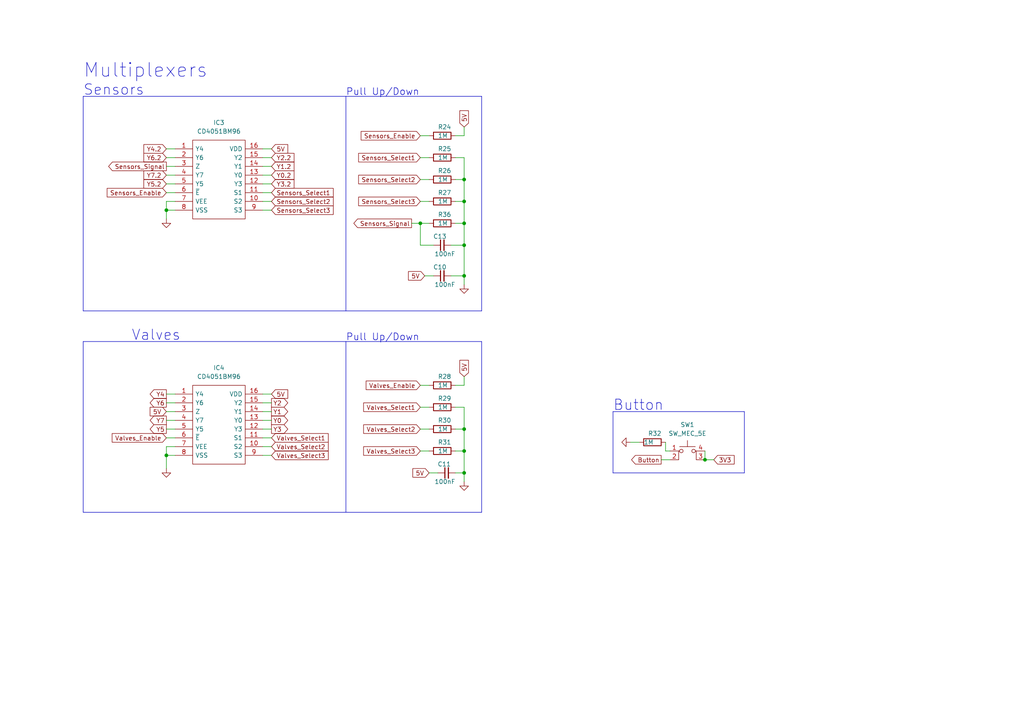
<source format=kicad_sch>
(kicad_sch (version 20230121) (generator eeschema)
  (paper "A4")
  (title_block (title "Plant Watering") (date "2022-08-29") (rev "1") (company "All in one device for plant irrigation") (comment 1 "Reading moisture, processing data, including weather, switching of solenoid valves") (comment 2 "5 A peak current, max. 1 s") (comment 3 "24 V input voltage"))
  (lib_symbols
    (symbol "Device:C_Small" (pin_numbers hide) (pin_names (offset 0.254) hide)
      (property "Reference" "C" (at 0.254 1.778 0))
      (property "Value" "C_Small" (at 0.254 -2.032 0))
      (symbol "C_Small_0_1"
        (polyline (pts (xy -1.524 -0.508) (xy 1.524 -0.508)) (stroke (width 0.3302)))
        (polyline (pts (xy -1.524 0.508) (xy 1.524 0.508)) (stroke (width 0.3048)))
      )
      (symbol "C_Small_1_1"
        (pin passive line (at 0 2.54 270) (length 2.032) (name "~") (number "1"))
        (pin passive line (at 0 -2.54 90) (length 2.032) (name "~") (number "2"))
      )
    )
    (symbol "Device:R" (pin_numbers hide) (pin_names (offset 0))
      (property "Reference" "R" (at 2.032 0 90))
      (property "Value" "R" (at 0 0 90))
      (symbol "R_0_1"
        (rectangle (start -1.016 -2.54) (end 1.016 2.54) (stroke (width 0.254)))
      )
      (symbol "R_1_1"
        (pin passive line (at 0 3.81 270) (length 1.27) (name "~") (number "1"))
        (pin passive line (at 0 -3.81 90) (length 1.27) (name "~") (number "2"))
      )
    )
    (symbol "SamacSys_Parts:HEF4051BT,653" (pin_names (offset 0.762))
      (property "Reference" "IC" (at 21.59 7.62 0))
      (property "Value" "HEF4051BT,653" (at 21.59 5.08 0))
      (symbol "HEF4051BT,653_0_0"
        (pin passive line (at 0 0 0) (length 5.08) (name "Y4") (number "1"))
        (pin passive line (at 25.4 -15.24 180) (length 5.08) (name "S2") (number "10"))
        (pin passive line (at 25.4 -12.7 180) (length 5.08) (name "S1") (number "11"))
        (pin passive line (at 25.4 -10.16 180) (length 5.08) (name "Y3") (number "12"))
        (pin passive line (at 25.4 -7.62 180) (length 5.08) (name "Y0") (number "13"))
        (pin passive line (at 25.4 -5.08 180) (length 5.08) (name "Y1") (number "14"))
        (pin passive line (at 25.4 -2.54 180) (length 5.08) (name "Y2") (number "15"))
        (pin passive line (at 25.4 0 180) (length 5.08) (name "VDD") (number "16"))
        (pin passive line (at 0 -2.54 0) (length 5.08) (name "Y6") (number "2"))
        (pin passive line (at 0 -5.08 0) (length 5.08) (name "Z") (number "3"))
        (pin passive line (at 0 -7.62 0) (length 5.08) (name "Y7") (number "4"))
        (pin passive line (at 0 -10.16 0) (length 5.08) (name "Y5") (number "5"))
        (pin passive line (at 0 -12.7 0) (length 5.08) (name "~{E}") (number "6"))
        (pin passive line (at 0 -15.24 0) (length 5.08) (name "VEE") (number "7"))
        (pin passive line (at 0 -17.78 0) (length 5.08) (name "VSS") (number "8"))
        (pin passive line (at 25.4 -17.78 180) (length 5.08) (name "S3") (number "9"))
      )
      (symbol "HEF4051BT,653_0_1"
        (polyline (pts (xy 5.08 2.54) (xy 20.32 2.54) (xy 20.32 -20.32) (xy 5.08 -20.32) (xy 5.08 2.54)) (stroke (width 0.1524)))
      )
    )
    (symbol "Switch:SW_MEC_5E" (pin_names (offset 1.016) hide)
      (property "Reference" "SW" (at 0.635 5.715 0))
      (property "Value" "SW_MEC_5E" (at 0 -3.175 0))
      (symbol "SW_MEC_5E_0_1"
        (circle (center -1.778 2.54) (radius 0.508))
        (polyline (pts (xy -2.286 3.81) (xy 2.286 3.81)))
        (polyline (pts (xy 0 3.81) (xy 0 5.588)))
        (polyline (pts (xy -2.54 0) (xy -2.54 2.54) (xy -2.286 2.54)))
        (polyline (pts (xy 2.54 0) (xy 2.54 2.54) (xy 2.286 2.54)))
        (circle (center 1.778 2.54) (radius 0.508))
        (pin passive line (at -5.08 2.54 0) (length 2.54) (name "1") (number "1"))
        (pin passive line (at -5.08 0 0) (length 2.54) (name "2") (number "2"))
        (pin passive line (at 5.08 0 180) (length 2.54) (name "K") (number "3"))
        (pin passive line (at 5.08 2.54 180) (length 2.54) (name "A") (number "4"))
      )
    )
    (symbol "power:GND" (power) (pin_names (offset 0))
      (property "Value" "GND" (at 0 -3.81 0))
      (symbol "GND_0_1"
        (polyline (pts (xy 0 0) (xy 0 -1.27) (xy 1.27 -1.27) (xy 0 -2.54) (xy -1.27 -1.27) (xy 0 -1.27)))
      )
      (symbol "GND_1_1"
        (pin power_in line (at 0 0 270) (length 0) hide (name "GND") (number "1"))
      )
    )
  )
  (junction (at 121.92 64.77))
  (junction (at 134.62 52.07))
  (junction (at 48.26 60.96))
  (junction (at 134.62 80.01))
  (junction (at 134.62 124.46))
  (junction (at 134.62 64.77))
  (junction (at 204.47 133.35))
  (junction (at 134.62 71.12))
  (junction (at 134.62 130.81))
  (junction (at 134.62 137.16))
  (junction (at 48.26 132.08))
  (junction (at 134.62 58.42))
  (wire (pts (xy 134.62 58.42) (xy 134.62 64.77)))
  (polyline (pts (xy 177.8 137.16) (xy 215.9 137.16)))
  (polyline (pts (xy 177.8 119.38) (xy 177.8 137.16)))
  (polyline (pts (xy 24.13 90.17) (xy 139.7 90.17)))
  (wire (pts (xy 121.92 130.81) (xy 124.46 130.81)))
  (wire (pts (xy 191.77 133.35) (xy 194.31 133.35)))
  (wire (pts (xy 48.26 124.46) (xy 50.8 124.46)))
  (wire (pts (xy 204.47 133.35) (xy 207.01 133.35)))
  (wire (pts (xy 48.26 121.92) (xy 50.8 121.92)))
  (polyline (pts (xy 177.8 119.38) (xy 215.9 119.38)))
  (wire (pts (xy 121.92 71.12) (xy 121.92 64.77)))
  (wire (pts (xy 119.38 64.77) (xy 121.92 64.77)))
  (wire (pts (xy 134.62 130.81) (xy 134.62 137.16)))
  (wire (pts (xy 48.26 58.42) (xy 48.26 60.96)))
  (wire (pts (xy 78.74 121.92) (xy 76.2 121.92)))
  (wire (pts (xy 48.26 43.18) (xy 50.8 43.18)))
  (wire (pts (xy 134.62 137.16) (xy 134.62 139.7)))
  (wire (pts (xy 48.26 127) (xy 50.8 127)))
  (wire (pts (xy 134.62 52.07) (xy 134.62 58.42)))
  (wire (pts (xy 134.62 45.72) (xy 134.62 52.07)))
  (wire (pts (xy 78.74 116.84) (xy 76.2 116.84)))
  (wire (pts (xy 76.2 114.3) (xy 78.74 114.3)))
  (wire (pts (xy 48.26 114.3) (xy 50.8 114.3)))
  (wire (pts (xy 48.26 50.8) (xy 50.8 50.8)))
  (wire (pts (xy 134.62 111.76) (xy 134.62 109.22)))
  (wire (pts (xy 78.74 45.72) (xy 76.2 45.72)))
  (polyline (pts (xy 215.9 137.16) (xy 215.9 119.38)))
  (polyline (pts (xy 100.33 27.94) (xy 100.33 90.17)))
  (polyline (pts (xy 24.13 27.94) (xy 24.13 90.17)))
  (wire (pts (xy 48.26 53.34) (xy 50.8 53.34)))
  (wire (pts (xy 132.08 39.37) (xy 134.62 39.37)))
  (wire (pts (xy 48.26 60.96) (xy 48.26 63.5)))
  (wire (pts (xy 132.08 111.76) (xy 134.62 111.76)))
  (wire (pts (xy 78.74 50.8) (xy 76.2 50.8)))
  (polyline (pts (xy 100.33 99.06) (xy 100.33 148.59)))
  (polyline (pts (xy 139.7 99.06) (xy 24.13 99.06)))
  (wire (pts (xy 48.26 132.08) (xy 48.26 135.89)))
  (polyline (pts (xy 24.13 99.06) (xy 24.13 148.59)))
  (wire (pts (xy 134.62 71.12) (xy 134.62 64.77)))
  (wire (pts (xy 78.74 129.54) (xy 76.2 129.54)))
  (wire (pts (xy 78.74 53.34) (xy 76.2 53.34)))
  (wire (pts (xy 124.46 58.42) (xy 121.92 58.42)))
  (wire (pts (xy 78.74 48.26) (xy 76.2 48.26)))
  (wire (pts (xy 50.8 129.54) (xy 48.26 129.54)))
  (wire (pts (xy 50.8 58.42) (xy 48.26 58.42)))
  (wire (pts (xy 124.46 52.07) (xy 121.92 52.07)))
  (polyline (pts (xy 139.7 27.94) (xy 24.13 27.94)))
  (wire (pts (xy 132.08 118.11) (xy 134.62 118.11)))
  (wire (pts (xy 78.74 127) (xy 76.2 127)))
  (wire (pts (xy 124.46 137.16) (xy 127 137.16)))
  (wire (pts (xy 130.81 71.12) (xy 134.62 71.12)))
  (wire (pts (xy 48.26 129.54) (xy 48.26 132.08)))
  (wire (pts (xy 48.26 45.72) (xy 50.8 45.72)))
  (wire (pts (xy 48.26 48.26) (xy 50.8 48.26)))
  (wire (pts (xy 134.62 39.37) (xy 134.62 36.83)))
  (wire (pts (xy 204.47 130.81) (xy 204.47 133.35)))
  (wire (pts (xy 123.19 80.01) (xy 125.73 80.01)))
  (wire (pts (xy 182.88 128.27) (xy 185.42 128.27)))
  (wire (pts (xy 134.62 124.46) (xy 134.62 130.81)))
  (wire (pts (xy 132.08 45.72) (xy 134.62 45.72)))
  (wire (pts (xy 134.62 82.55) (xy 134.62 80.01)))
  (wire (pts (xy 121.92 118.11) (xy 124.46 118.11)))
  (wire (pts (xy 134.62 80.01) (xy 134.62 71.12)))
  (wire (pts (xy 132.08 64.77) (xy 134.62 64.77)))
  (wire (pts (xy 121.92 64.77) (xy 124.46 64.77)))
  (wire (pts (xy 76.2 43.18) (xy 78.74 43.18)))
  (wire (pts (xy 76.2 60.96) (xy 78.74 60.96)))
  (wire (pts (xy 121.92 124.46) (xy 124.46 124.46)))
  (wire (pts (xy 121.92 111.76) (xy 124.46 111.76)))
  (polyline (pts (xy 139.7 99.06) (xy 139.7 148.59)))
  (wire (pts (xy 76.2 55.88) (xy 78.74 55.88)))
  (wire (pts (xy 48.26 132.08) (xy 50.8 132.08)))
  (wire (pts (xy 193.04 130.81) (xy 193.04 128.27)))
  (wire (pts (xy 78.74 132.08) (xy 76.2 132.08)))
  (wire (pts (xy 132.08 58.42) (xy 134.62 58.42)))
  (wire (pts (xy 124.46 45.72) (xy 121.92 45.72)))
  (wire (pts (xy 78.74 124.46) (xy 76.2 124.46)))
  (wire (pts (xy 132.08 130.81) (xy 134.62 130.81)))
  (wire (pts (xy 78.74 58.42) (xy 76.2 58.42)))
  (wire (pts (xy 48.26 119.38) (xy 50.8 119.38)))
  (wire (pts (xy 48.26 116.84) (xy 50.8 116.84)))
  (wire (pts (xy 124.46 39.37) (xy 121.92 39.37)))
  (wire (pts (xy 132.08 124.46) (xy 134.62 124.46)))
  (wire (pts (xy 48.26 60.96) (xy 50.8 60.96)))
  (wire (pts (xy 134.62 118.11) (xy 134.62 124.46)))
  (wire (pts (xy 132.08 137.16) (xy 134.62 137.16)))
  (wire (pts (xy 130.81 80.01) (xy 134.62 80.01)))
  (polyline (pts (xy 139.7 27.94) (xy 139.7 90.17)))
  (polyline (pts (xy 24.13 148.59) (xy 139.7 148.59)))
  (wire (pts (xy 194.31 130.81) (xy 193.04 130.81)))
  (wire (pts (xy 125.73 71.12) (xy 121.92 71.12)))
  (wire (pts (xy 48.26 55.88) (xy 50.8 55.88)))
  (wire (pts (xy 132.08 52.07) (xy 134.62 52.07)))
  (wire (pts (xy 78.74 119.38) (xy 76.2 119.38)))
  (text "Button\n" (at 177.8 119.38 0) (effects (font (size 3 3)) (justify left bottom)))
  (text "Valves" (at 38.1 99.06 0) (effects (font (size 3 3)) (justify left bottom)))
  (text "Pull Up/Down" (at 100.33 27.94 0) (effects (font (size 2 2)) (justify left bottom)))
  (text "Multiplexers" (at 24.13 22.86 0) (effects (font (size 4 4)) (justify left bottom)))
  (text "Sensors" (at 24.13 27.94 0) (effects (font (size 3 3)) (justify left bottom)))
  (text "Pull Up/Down" (at 100.33 99.06 0) (effects (font (size 2 2)) (justify left bottom)))
  (global_label "Y1" (shape output) (at 78.74 119.38 0) (property "Intersheetrefs" "${INTERSHEET_REFS}" (effects hide)))
  (global_label "Sensors_Signal" (shape output) (at 119.38 64.77 180) (property "Intersheetrefs" "${INTERSHEET_REFS}" (effects hide)))
  (global_label "Sensors_Select2" (shape input) (at 121.92 52.07 180) (property "Intersheetrefs" "${INTERSHEET_REFS}" (effects hide)))
  (global_label "Valves_Select1" (shape input) (at 121.92 118.11 180) (property "Intersheetrefs" "${INTERSHEET_REFS}" (effects hide)))
  (global_label "Y4.2" (shape input) (at 48.26 43.18 180) (property "Intersheetrefs" "${INTERSHEET_REFS}" (effects hide)))
  (global_label "Sensors_Select1" (shape input) (at 78.74 55.88 0) (property "Intersheetrefs" "${INTERSHEET_REFS}" (effects hide)))
  (global_label "Y5.2" (shape input) (at 48.26 53.34 180) (property "Intersheetrefs" "${INTERSHEET_REFS}" (effects hide)))
  (global_label "3V3" (shape input) (at 207.01 133.35 0) (property "Intersheetrefs" "${INTERSHEET_REFS}" (effects hide)))
  (global_label "Valves_Select2" (shape input) (at 78.74 129.54 0) (property "Intersheetrefs" "${INTERSHEET_REFS}" (effects hide)))
  (global_label "Valves_Enable" (shape input) (at 48.26 127 180) (property "Intersheetrefs" "${INTERSHEET_REFS}" (effects hide)))
  (global_label "5V" (shape input) (at 48.26 119.38 180) (property "Intersheetrefs" "${INTERSHEET_REFS}" (effects hide)))
  (global_label "Y7.2" (shape input) (at 48.26 50.8 180) (property "Intersheetrefs" "${INTERSHEET_REFS}" (effects hide)))
  (global_label "Button" (shape output) (at 191.77 133.35 180) (property "Intersheetrefs" "${INTERSHEET_REFS}" (effects hide)))
  (global_label "Sensors_Signal" (shape output) (at 48.26 48.26 180) (property "Intersheetrefs" "${INTERSHEET_REFS}" (effects hide)))
  (global_label "Valves_Select3" (shape input) (at 121.92 130.81 180) (property "Intersheetrefs" "${INTERSHEET_REFS}" (effects hide)))
  (global_label "5V" (shape input) (at 78.74 114.3 0) (property "Intersheetrefs" "${INTERSHEET_REFS}" (effects hide)))
  (global_label "Valves_Select3" (shape input) (at 78.74 132.08 0) (property "Intersheetrefs" "${INTERSHEET_REFS}" (effects hide)))
  (global_label "Y4" (shape output) (at 48.26 114.3 180) (property "Intersheetrefs" "${INTERSHEET_REFS}" (effects hide)))
  (global_label "Y0.2" (shape input) (at 78.74 50.8 0) (property "Intersheetrefs" "${INTERSHEET_REFS}" (effects hide)))
  (global_label "Y1.2" (shape input) (at 78.74 48.26 0) (property "Intersheetrefs" "${INTERSHEET_REFS}" (effects hide)))
  (global_label "Y3.2" (shape input) (at 78.74 53.34 0) (property "Intersheetrefs" "${INTERSHEET_REFS}" (effects hide)))
  (global_label "Valves_Select2" (shape input) (at 121.92 124.46 180) (property "Intersheetrefs" "${INTERSHEET_REFS}" (effects hide)))
  (global_label "Y3" (shape output) (at 78.74 124.46 0) (property "Intersheetrefs" "${INTERSHEET_REFS}" (effects hide)))
  (global_label "5V" (shape input) (at 134.62 36.83 90) (property "Intersheetrefs" "${INTERSHEET_REFS}" (effects hide)))
  (global_label "Sensors_Enable" (shape input) (at 121.92 39.37 180) (property "Intersheetrefs" "${INTERSHEET_REFS}" (effects hide)))
  (global_label "Valves_Enable" (shape input) (at 121.92 111.76 180) (property "Intersheetrefs" "${INTERSHEET_REFS}" (effects hide)))
  (global_label "Sensors_Select2" (shape input) (at 78.74 58.42 0) (property "Intersheetrefs" "${INTERSHEET_REFS}" (effects hide)))
  (global_label "Sensors_Select3" (shape input) (at 78.74 60.96 0) (property "Intersheetrefs" "${INTERSHEET_REFS}" (effects hide)))
  (global_label "5V" (shape input) (at 123.19 80.01 180) (property "Intersheetrefs" "${INTERSHEET_REFS}" (effects hide)))
  (global_label "Y6.2" (shape input) (at 48.26 45.72 180) (property "Intersheetrefs" "${INTERSHEET_REFS}" (effects hide)))
  (global_label "Y5" (shape output) (at 48.26 124.46 180) (property "Intersheetrefs" "${INTERSHEET_REFS}" (effects hide)))
  (global_label "Y7" (shape output) (at 48.26 121.92 180) (property "Intersheetrefs" "${INTERSHEET_REFS}" (effects hide)))
  (global_label "Sensors_Select3" (shape input) (at 121.92 58.42 180) (property "Intersheetrefs" "${INTERSHEET_REFS}" (effects hide)))
  (global_label "Y2" (shape output) (at 78.74 116.84 0) (property "Intersheetrefs" "${INTERSHEET_REFS}" (effects hide)))
  (global_label "Sensors_Enable" (shape input) (at 48.26 55.88 180) (property "Intersheetrefs" "${INTERSHEET_REFS}" (effects hide)))
  (global_label "Sensors_Select1" (shape input) (at 121.92 45.72 180) (property "Intersheetrefs" "${INTERSHEET_REFS}" (effects hide)))
  (global_label "Y6" (shape output) (at 48.26 116.84 180) (property "Intersheetrefs" "${INTERSHEET_REFS}" (effects hide)))
  (global_label "Y2.2" (shape input) (at 78.74 45.72 0) (property "Intersheetrefs" "${INTERSHEET_REFS}" (effects hide)))
  (global_label "Valves_Select1" (shape input) (at 78.74 127 0) (property "Intersheetrefs" "${INTERSHEET_REFS}" (effects hide)))
  (global_label "Y0" (shape output) (at 78.74 121.92 0) (property "Intersheetrefs" "${INTERSHEET_REFS}" (effects hide)))
  (global_label "5V" (shape input) (at 134.62 109.22 90) (property "Intersheetrefs" "${INTERSHEET_REFS}" (effects hide)))
  (global_label "5V" (shape input) (at 78.74 43.18 0) (property "Intersheetrefs" "${INTERSHEET_REFS}" (effects hide)))
  (global_label "5V" (shape input) (at 124.46 137.16 180) (property "Intersheetrefs" "${INTERSHEET_REFS}" (effects hide)))
  (symbol (lib_id "Device:R") (at 189.23 128.27 270) (unit 1)
    (property "Reference" "R32" (at 187.96 125.73 90) (effects (justify left)))
    (property "Value" "1M" (at 186.69 128.27 90) (effects (justify left)))
    (property "Footprint" "Resistor_SMD:R_0805_2012Metric" (effects hide))
    (property "LCSC" "C17514" (effects hide))
  )
  (symbol (lib_id "power:GND") (at 134.62 139.7 0) (unit 1)
    (property "Reference" "#PWR048" (effects hide))
    (property "Value" "GND" (effects hide))
  )
  (symbol (lib_id "Device:R") (at 128.27 124.46 270) (unit 1)
    (property "Reference" "R30" (at 127 121.92 90) (effects (justify left)))
    (property "Value" "1M" (at 127 124.46 90) (effects (justify left)))
    (property "Footprint" "Resistor_SMD:R_0805_2012Metric" (effects hide))
    (property "LCSC" "C17514" (effects hide))
  )
  (symbol (lib_id "Device:R") (at 128.27 64.77 270) (unit 1)
    (property "Reference" "R36" (at 127 62.23 90) (effects (justify left)))
    (property "Value" "1M" (at 127 64.77 90) (effects (justify left)))
    (property "Footprint" "Resistor_SMD:R_0805_2012Metric" (effects hide))
    (property "LCSC" "C17514" (effects hide))
  )
  (symbol (lib_id "power:GND") (at 48.26 135.89 0) (unit 1)
    (property "Reference" "#PWR044" (effects hide))
    (property "Value" "GND" (effects hide))
  )
  (symbol (lib_id "Device:C_Small") (at 128.27 71.12 90) (unit 1)
    (property "Reference" "C13" (at 129.54 68.58 90) (effects (justify left)))
    (property "Value" "100nF" (at 132.08 73.66 90) (effects (justify left)))
    (property "Footprint" "Capacitor_SMD:C_0805_2012Metric" (effects hide))
    (property "LCSC" "C49678" (effects hide))
  )
  (symbol (lib_id "Device:R") (at 128.27 58.42 270) (unit 1)
    (property "Reference" "R27" (at 127 55.88 90) (effects (justify left)))
    (property "Value" "1M" (at 127 58.42 90) (effects (justify left)))
    (property "Footprint" "Resistor_SMD:R_0805_2012Metric" (effects hide))
    (property "LCSC" "C17514" (effects hide))
  )
  (symbol (lib_id "power:GND") (at 182.88 128.27 270) (unit 1)
    (property "Reference" "#PWR049" (effects hide))
    (property "Value" "GND" (effects hide))
  )
  (symbol (lib_id "power:GND") (at 134.62 82.55 0) (unit 1)
    (property "Reference" "#PWR047" (effects hide))
    (property "Value" "GND" (effects hide))
  )
  (symbol (lib_id "SamacSys_Parts:HEF4051BT,653") (at 50.8 43.18 0) (unit 1)
    (property "Reference" "IC3" (at 63.5 35.56 0))
    (property "Value" "CD4051BM96" (at 63.5 38.1 0))
    (property "Footprint" "SamacSys_Parts:SOIC127P600X175-16N" (effects hide))
    (property "Description" "HEF4051B - 8-channel analog multiplexer/demultiplexer@en-us" (effects hide))
    (property "Height" "1.75" (effects hide))
    (property "Manufacturer_Part_Number" "CD4051BM96" (effects hide))
    (property "LCSC" "C21379" (effects hide))
  )
  (symbol (lib_id "Device:C_Small") (at 129.54 137.16 90) (unit 1)
    (property "Reference" "C11" (at 130.81 134.62 90) (effects (justify left)))
    (property "Value" "100nF" (at 132.08 139.7 90) (effects (justify left)))
    (property "Footprint" "Capacitor_SMD:C_0805_2012Metric" (effects hide))
    (property "LCSC" "C49678" (effects hide))
  )
  (symbol (lib_id "Device:R") (at 128.27 52.07 270) (unit 1)
    (property "Reference" "R26" (at 127 49.53 90) (effects (justify left)))
    (property "Value" "1M" (at 127 52.07 90) (effects (justify left)))
    (property "Footprint" "Resistor_SMD:R_0805_2012Metric" (effects hide))
    (property "LCSC" "C17514" (effects hide))
  )
  (symbol (lib_id "Device:R") (at 128.27 111.76 270) (unit 1)
    (property "Reference" "R28" (at 127 109.22 90) (effects (justify left)))
    (property "Value" "1M" (at 127 111.76 90) (effects (justify left)))
    (property "Footprint" "Resistor_SMD:R_0805_2012Metric" (effects hide))
    (property "LCSC" "C17514" (effects hide))
  )
  (symbol (lib_id "Device:R") (at 128.27 118.11 270) (unit 1)
    (property "Reference" "R29" (at 127 115.57 90) (effects (justify left)))
    (property "Value" "1M" (at 127 118.11 90) (effects (justify left)))
    (property "Footprint" "Resistor_SMD:R_0805_2012Metric" (effects hide))
    (property "LCSC" "C17514" (effects hide))
  )
  (symbol (lib_id "Device:R") (at 128.27 39.37 270) (unit 1)
    (property "Reference" "R24" (at 127 36.83 90) (effects (justify left)))
    (property "Value" "1M" (at 127 39.37 90) (effects (justify left)))
    (property "Footprint" "Resistor_SMD:R_0805_2012Metric" (effects hide))
    (property "LCSC" "C17514" (effects hide))
  )
  (symbol (lib_id "Switch:SW_MEC_5E") (at 199.39 133.35 0) (unit 1)
    (property "Reference" "SW1" (at 199.39 123.19 0))
    (property "Value" "SW_MEC_5E" (at 199.39 125.73 0))
    (property "Footprint" "PersonalLibrary:SW_SPST_Omron_B3FS-100xP_3D" (effects hide))
    (property "Datasheet" "http://www.apem.com/int/index.php?controller=attachment&id_attachment=1371" (effects hide))
    (property "LCSC" "C231324" (effects hide))
  )
  (symbol (lib_id "Device:C_Small") (at 128.27 80.01 90) (unit 1)
    (property "Reference" "C10" (at 129.54 77.47 90) (effects (justify left)))
    (property "Value" "100nF" (at 132.08 82.55 90) (effects (justify left)))
    (property "Footprint" "Capacitor_SMD:C_0805_2012Metric" (effects hide))
    (property "LCSC" "C49678" (effects hide))
  )
  (symbol (lib_id "power:GND") (at 48.26 63.5 0) (unit 1)
    (property "Reference" "#PWR043" (effects hide))
    (property "Value" "GND" (effects hide))
  )
  (symbol (lib_id "Device:R") (at 128.27 45.72 270) (unit 1)
    (property "Reference" "R25" (at 127 43.18 90) (effects (justify left)))
    (property "Value" "1M" (at 127 45.72 90) (effects (justify left)))
    (property "Footprint" "Resistor_SMD:R_0805_2012Metric" (effects hide))
    (property "LCSC" "C17514" (effects hide))
  )
  (symbol (lib_id "SamacSys_Parts:HEF4051BT,653") (at 50.8 114.3 0) (unit 1)
    (property "Reference" "IC4" (at 63.5 106.68 0))
    (property "Value" "CD4051BM96" (at 63.5 109.22 0))
    (property "Footprint" "SamacSys_Parts:SOIC127P600X175-16N" (effects hide))
    (property "Height" "1.75" (effects hide))
    (property "Manufacturer_Part_Number" "CD4051BM96" (effects hide))
    (property "LCSC" "C21379" (effects hide))
  )
  (symbol (lib_id "Device:R") (at 128.27 130.81 270) (unit 1)
    (property "Reference" "R31" (at 127 128.27 90) (effects (justify left)))
    (property "Value" "1M" (at 127 130.81 90) (effects (justify left)))
    (property "Footprint" "Resistor_SMD:R_0805_2012Metric" (effects hide))
    (property "LCSC" "C17514" (effects hide))
  )
)
</source>
